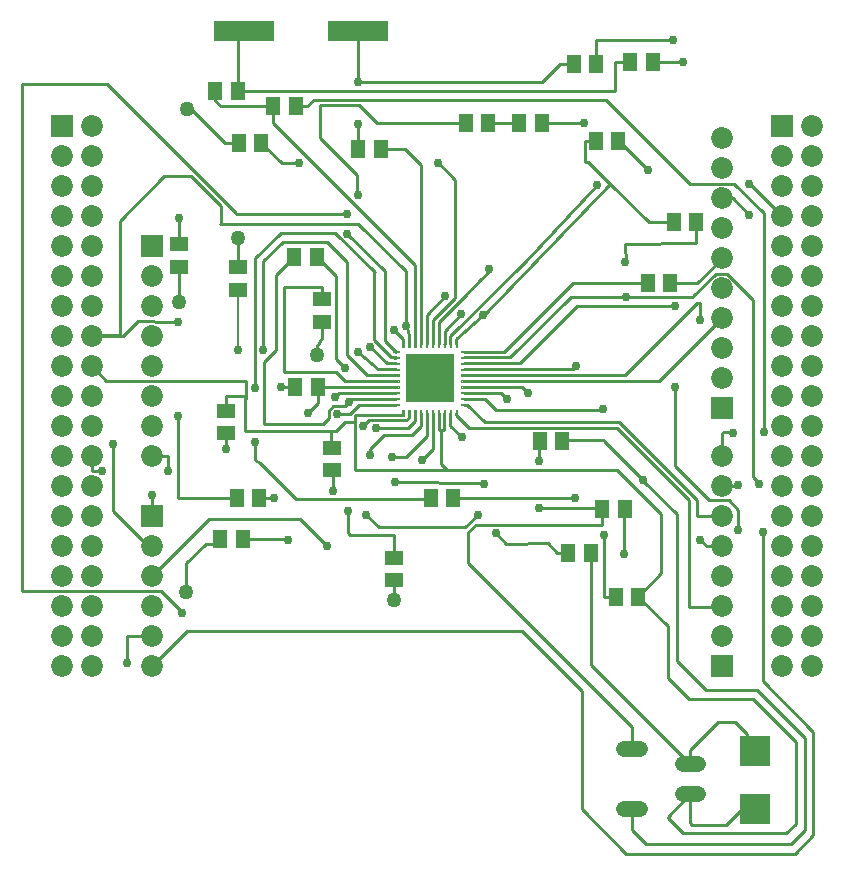
<source format=gbr>
G04 EAGLE Gerber RS-274X export*
G75*
%MOMM*%
%FSLAX34Y34*%
%LPD*%
%INTop Copper*%
%IPPOS*%
%AMOC8*
5,1,8,0,0,1.08239X$1,22.5*%
G01*
%ADD10R,1.300000X1.500000*%
%ADD11R,1.500000X1.300000*%
%ADD12C,1.320800*%
%ADD13R,2.600000X2.600000*%
%ADD14R,0.009500X0.009500*%
%ADD15R,0.009400X0.009400*%
%ADD16R,1.850000X1.850000*%
%ADD17C,1.850000*%
%ADD18R,5.080000X1.778000*%
%ADD19R,1.300000X1.600000*%
%ADD20R,1.600000X1.300000*%
%ADD21C,1.270000*%
%ADD22C,0.110000*%
%ADD23R,4.150000X4.150000*%
%ADD24C,0.254000*%
%ADD25C,0.756400*%
%ADD26C,0.152400*%


D10*
X500040Y660680D03*
X519040Y660680D03*
X452780Y406400D03*
X471780Y406400D03*
X196240Y358140D03*
X215240Y358140D03*
D11*
X186860Y431820D03*
X186860Y412820D03*
X276860Y400660D03*
X276860Y381660D03*
D10*
X264540Y452160D03*
X245540Y452160D03*
X244940Y561940D03*
X263940Y561940D03*
X435420Y675800D03*
X454420Y675800D03*
X500480Y725540D03*
X481480Y725540D03*
X529440Y727340D03*
X548440Y727340D03*
D12*
X573536Y107220D02*
X586744Y107220D01*
X586744Y132620D02*
X573536Y132620D01*
X537444Y145520D02*
X524236Y145520D01*
X524236Y94720D02*
X537444Y94720D01*
D13*
X635012Y95114D03*
X635012Y144114D03*
D14*
X633207Y89595D03*
D15*
X634918Y144598D03*
D16*
X123940Y342820D03*
D17*
X123940Y317420D03*
X123940Y292020D03*
X123940Y266620D03*
X123940Y241220D03*
X123940Y215820D03*
D16*
X123940Y571420D03*
D17*
X123940Y546020D03*
X123940Y520620D03*
X123940Y495220D03*
X123940Y469820D03*
X123940Y444420D03*
X123940Y419020D03*
X123940Y393620D03*
D16*
X47740Y673020D03*
D17*
X73140Y673020D03*
X47740Y647620D03*
X73140Y647620D03*
X47740Y622220D03*
X73140Y622220D03*
X47740Y596820D03*
X73140Y596820D03*
X47740Y571420D03*
X73140Y571420D03*
X47740Y546020D03*
X73140Y546020D03*
X47740Y520620D03*
X73140Y520620D03*
X47740Y495220D03*
X73140Y495220D03*
X47740Y469820D03*
X73140Y469820D03*
X47740Y444420D03*
X73140Y444420D03*
X47740Y419020D03*
X73140Y419020D03*
X47740Y393620D03*
X73140Y393620D03*
X47740Y368220D03*
X73140Y368220D03*
X47740Y342820D03*
X73140Y342820D03*
X47740Y317420D03*
X73140Y317420D03*
X47740Y292020D03*
X73140Y292020D03*
X47740Y266620D03*
X73140Y266620D03*
X47740Y241220D03*
X73140Y241220D03*
X47740Y215820D03*
X73140Y215820D03*
D16*
X606540Y434260D03*
D17*
X606540Y459660D03*
X606540Y485060D03*
X606540Y510460D03*
X606540Y535860D03*
X606540Y561260D03*
X606540Y586660D03*
X606540Y612060D03*
X606540Y637460D03*
X606540Y662860D03*
X606540Y266620D03*
X606540Y292020D03*
X606540Y317420D03*
X606540Y342820D03*
X606540Y368220D03*
X606540Y393620D03*
D16*
X606540Y215820D03*
D17*
X606540Y241220D03*
D16*
X657340Y672770D03*
D17*
X682740Y672770D03*
X657340Y647370D03*
X682740Y647370D03*
X657340Y621970D03*
X682740Y621970D03*
X657340Y596570D03*
X682740Y596570D03*
X657340Y571170D03*
X682740Y571170D03*
X657340Y545770D03*
X682740Y545770D03*
X657340Y520370D03*
X682740Y520370D03*
X657340Y494970D03*
X682740Y494970D03*
X657340Y469570D03*
X682740Y469570D03*
X657340Y444170D03*
X682740Y444170D03*
X657340Y418770D03*
X682740Y418770D03*
X657340Y393370D03*
X682740Y393370D03*
X657340Y367970D03*
X682740Y367970D03*
X657340Y342570D03*
X682740Y342570D03*
X657340Y317170D03*
X682740Y317170D03*
X657340Y291770D03*
X682740Y291770D03*
X657340Y266370D03*
X682740Y266370D03*
X657340Y240970D03*
X682740Y240970D03*
X657340Y215570D03*
X682740Y215570D03*
D18*
X298820Y753240D03*
X202300Y753240D03*
D19*
X318040Y653960D03*
X299040Y653960D03*
X200960Y323280D03*
X181960Y323280D03*
D20*
X196900Y534400D03*
X196900Y553400D03*
X147140Y573140D03*
X147140Y554140D03*
D19*
X216900Y659120D03*
X197900Y659120D03*
X565880Y591520D03*
X584880Y591520D03*
X544260Y540140D03*
X563260Y540140D03*
X389960Y675640D03*
X408960Y675640D03*
X177840Y702720D03*
X196840Y702720D03*
X226840Y689680D03*
X245840Y689680D03*
X524600Y349200D03*
X505600Y349200D03*
X360600Y357900D03*
X379600Y357900D03*
X476880Y311520D03*
X495880Y311520D03*
X517020Y274780D03*
X536020Y274780D03*
D20*
X268140Y526480D03*
X268140Y507480D03*
X329020Y307780D03*
X329020Y288780D03*
D21*
X153720Y687960D03*
X146800Y524260D03*
X153500Y278860D03*
X197400Y578100D03*
X263846Y479470D03*
X328920Y272260D03*
D22*
X328210Y476690D02*
X333110Y476690D01*
X328210Y476690D02*
X328210Y477790D01*
X333110Y477790D01*
X333110Y476690D01*
X333110Y477735D02*
X328210Y477735D01*
X328210Y471690D02*
X333110Y471690D01*
X328210Y471690D02*
X328210Y472790D01*
X333110Y472790D01*
X333110Y471690D01*
X333110Y472735D02*
X328210Y472735D01*
X328210Y466690D02*
X333110Y466690D01*
X328210Y466690D02*
X328210Y467790D01*
X333110Y467790D01*
X333110Y466690D01*
X333110Y467735D02*
X328210Y467735D01*
X328210Y461690D02*
X333110Y461690D01*
X328210Y461690D02*
X328210Y462790D01*
X333110Y462790D01*
X333110Y461690D01*
X333110Y462735D02*
X328210Y462735D01*
X328210Y456690D02*
X333110Y456690D01*
X328210Y456690D02*
X328210Y457790D01*
X333110Y457790D01*
X333110Y456690D01*
X333110Y457735D02*
X328210Y457735D01*
X328210Y451690D02*
X333110Y451690D01*
X328210Y451690D02*
X328210Y452790D01*
X333110Y452790D01*
X333110Y451690D01*
X333110Y452735D02*
X328210Y452735D01*
X328210Y446690D02*
X333110Y446690D01*
X328210Y446690D02*
X328210Y447790D01*
X333110Y447790D01*
X333110Y446690D01*
X333110Y447735D02*
X328210Y447735D01*
X328210Y441690D02*
X333110Y441690D01*
X328210Y441690D02*
X328210Y442790D01*
X333110Y442790D01*
X333110Y441690D01*
X333110Y442735D02*
X328210Y442735D01*
X328210Y436690D02*
X333110Y436690D01*
X328210Y436690D02*
X328210Y437790D01*
X333110Y437790D01*
X333110Y436690D01*
X333110Y437735D02*
X328210Y437735D01*
X337460Y432940D02*
X337460Y428040D01*
X336360Y428040D01*
X336360Y432940D01*
X337460Y432940D01*
X337460Y429085D02*
X336360Y429085D01*
X336360Y430130D02*
X337460Y430130D01*
X337460Y431175D02*
X336360Y431175D01*
X336360Y432220D02*
X337460Y432220D01*
X342460Y432940D02*
X342460Y428040D01*
X341360Y428040D01*
X341360Y432940D01*
X342460Y432940D01*
X342460Y429085D02*
X341360Y429085D01*
X341360Y430130D02*
X342460Y430130D01*
X342460Y431175D02*
X341360Y431175D01*
X341360Y432220D02*
X342460Y432220D01*
X347460Y432940D02*
X347460Y428040D01*
X346360Y428040D01*
X346360Y432940D01*
X347460Y432940D01*
X347460Y429085D02*
X346360Y429085D01*
X346360Y430130D02*
X347460Y430130D01*
X347460Y431175D02*
X346360Y431175D01*
X346360Y432220D02*
X347460Y432220D01*
X352460Y432940D02*
X352460Y428040D01*
X351360Y428040D01*
X351360Y432940D01*
X352460Y432940D01*
X352460Y429085D02*
X351360Y429085D01*
X351360Y430130D02*
X352460Y430130D01*
X352460Y431175D02*
X351360Y431175D01*
X351360Y432220D02*
X352460Y432220D01*
X357460Y432940D02*
X357460Y428040D01*
X356360Y428040D01*
X356360Y432940D01*
X357460Y432940D01*
X357460Y429085D02*
X356360Y429085D01*
X356360Y430130D02*
X357460Y430130D01*
X357460Y431175D02*
X356360Y431175D01*
X356360Y432220D02*
X357460Y432220D01*
X362460Y432940D02*
X362460Y428040D01*
X361360Y428040D01*
X361360Y432940D01*
X362460Y432940D01*
X362460Y429085D02*
X361360Y429085D01*
X361360Y430130D02*
X362460Y430130D01*
X362460Y431175D02*
X361360Y431175D01*
X361360Y432220D02*
X362460Y432220D01*
X367460Y432940D02*
X367460Y428040D01*
X366360Y428040D01*
X366360Y432940D01*
X367460Y432940D01*
X367460Y429085D02*
X366360Y429085D01*
X366360Y430130D02*
X367460Y430130D01*
X367460Y431175D02*
X366360Y431175D01*
X366360Y432220D02*
X367460Y432220D01*
X372460Y432940D02*
X372460Y428040D01*
X371360Y428040D01*
X371360Y432940D01*
X372460Y432940D01*
X372460Y429085D02*
X371360Y429085D01*
X371360Y430130D02*
X372460Y430130D01*
X372460Y431175D02*
X371360Y431175D01*
X371360Y432220D02*
X372460Y432220D01*
X377460Y432940D02*
X377460Y428040D01*
X376360Y428040D01*
X376360Y432940D01*
X377460Y432940D01*
X377460Y429085D02*
X376360Y429085D01*
X376360Y430130D02*
X377460Y430130D01*
X377460Y431175D02*
X376360Y431175D01*
X376360Y432220D02*
X377460Y432220D01*
X382460Y432940D02*
X382460Y428040D01*
X381360Y428040D01*
X381360Y432940D01*
X382460Y432940D01*
X382460Y429085D02*
X381360Y429085D01*
X381360Y430130D02*
X382460Y430130D01*
X382460Y431175D02*
X381360Y431175D01*
X381360Y432220D02*
X382460Y432220D01*
X386210Y481690D02*
X391110Y481690D01*
X386210Y481690D02*
X386210Y482790D01*
X391110Y482790D01*
X391110Y481690D01*
X391110Y482735D02*
X386210Y482735D01*
X386210Y476690D02*
X391110Y476690D01*
X386210Y476690D02*
X386210Y477790D01*
X391110Y477790D01*
X391110Y476690D01*
X391110Y477735D02*
X386210Y477735D01*
X386210Y471690D02*
X391110Y471690D01*
X386210Y471690D02*
X386210Y472790D01*
X391110Y472790D01*
X391110Y471690D01*
X391110Y472735D02*
X386210Y472735D01*
X386210Y466690D02*
X391110Y466690D01*
X386210Y466690D02*
X386210Y467790D01*
X391110Y467790D01*
X391110Y466690D01*
X391110Y467735D02*
X386210Y467735D01*
X386210Y461690D02*
X391110Y461690D01*
X386210Y461690D02*
X386210Y462790D01*
X391110Y462790D01*
X391110Y461690D01*
X391110Y462735D02*
X386210Y462735D01*
X386210Y456690D02*
X391110Y456690D01*
X386210Y456690D02*
X386210Y457790D01*
X391110Y457790D01*
X391110Y456690D01*
X391110Y457735D02*
X386210Y457735D01*
X386210Y451690D02*
X391110Y451690D01*
X386210Y451690D02*
X386210Y452790D01*
X391110Y452790D01*
X391110Y451690D01*
X391110Y452735D02*
X386210Y452735D01*
X386210Y446690D02*
X391110Y446690D01*
X386210Y446690D02*
X386210Y447790D01*
X391110Y447790D01*
X391110Y446690D01*
X391110Y447735D02*
X386210Y447735D01*
X386210Y441690D02*
X391110Y441690D01*
X386210Y441690D02*
X386210Y442790D01*
X391110Y442790D01*
X391110Y441690D01*
X391110Y442735D02*
X386210Y442735D01*
X386210Y436690D02*
X391110Y436690D01*
X386210Y436690D02*
X386210Y437790D01*
X391110Y437790D01*
X391110Y436690D01*
X391110Y437735D02*
X386210Y437735D01*
X337460Y486040D02*
X337460Y490940D01*
X337460Y486040D02*
X336360Y486040D01*
X336360Y490940D01*
X337460Y490940D01*
X337460Y487085D02*
X336360Y487085D01*
X336360Y488130D02*
X337460Y488130D01*
X337460Y489175D02*
X336360Y489175D01*
X336360Y490220D02*
X337460Y490220D01*
X342460Y490940D02*
X342460Y486040D01*
X341360Y486040D01*
X341360Y490940D01*
X342460Y490940D01*
X342460Y487085D02*
X341360Y487085D01*
X341360Y488130D02*
X342460Y488130D01*
X342460Y489175D02*
X341360Y489175D01*
X341360Y490220D02*
X342460Y490220D01*
X347460Y490940D02*
X347460Y486040D01*
X346360Y486040D01*
X346360Y490940D01*
X347460Y490940D01*
X347460Y487085D02*
X346360Y487085D01*
X346360Y488130D02*
X347460Y488130D01*
X347460Y489175D02*
X346360Y489175D01*
X346360Y490220D02*
X347460Y490220D01*
X352460Y490940D02*
X352460Y486040D01*
X351360Y486040D01*
X351360Y490940D01*
X352460Y490940D01*
X352460Y487085D02*
X351360Y487085D01*
X351360Y488130D02*
X352460Y488130D01*
X352460Y489175D02*
X351360Y489175D01*
X351360Y490220D02*
X352460Y490220D01*
X357460Y490940D02*
X357460Y486040D01*
X356360Y486040D01*
X356360Y490940D01*
X357460Y490940D01*
X357460Y487085D02*
X356360Y487085D01*
X356360Y488130D02*
X357460Y488130D01*
X357460Y489175D02*
X356360Y489175D01*
X356360Y490220D02*
X357460Y490220D01*
X362460Y490940D02*
X362460Y486040D01*
X361360Y486040D01*
X361360Y490940D01*
X362460Y490940D01*
X362460Y487085D02*
X361360Y487085D01*
X361360Y488130D02*
X362460Y488130D01*
X362460Y489175D02*
X361360Y489175D01*
X361360Y490220D02*
X362460Y490220D01*
X367460Y490940D02*
X367460Y486040D01*
X366360Y486040D01*
X366360Y490940D01*
X367460Y490940D01*
X367460Y487085D02*
X366360Y487085D01*
X366360Y488130D02*
X367460Y488130D01*
X367460Y489175D02*
X366360Y489175D01*
X366360Y490220D02*
X367460Y490220D01*
X372460Y490940D02*
X372460Y486040D01*
X371360Y486040D01*
X371360Y490940D01*
X372460Y490940D01*
X372460Y487085D02*
X371360Y487085D01*
X371360Y488130D02*
X372460Y488130D01*
X372460Y489175D02*
X371360Y489175D01*
X371360Y490220D02*
X372460Y490220D01*
X377460Y490940D02*
X377460Y486040D01*
X376360Y486040D01*
X376360Y490940D01*
X377460Y490940D01*
X377460Y487085D02*
X376360Y487085D01*
X376360Y488130D02*
X377460Y488130D01*
X377460Y489175D02*
X376360Y489175D01*
X376360Y490220D02*
X377460Y490220D01*
X382460Y490940D02*
X382460Y486040D01*
X381360Y486040D01*
X381360Y490940D01*
X382460Y490940D01*
X382460Y487085D02*
X381360Y487085D01*
X381360Y488130D02*
X382460Y488130D01*
X382460Y489175D02*
X381360Y489175D01*
X381360Y490220D02*
X382460Y490220D01*
X333110Y481690D02*
X328210Y481690D01*
X328210Y482790D01*
X333110Y482790D01*
X333110Y481690D01*
X333110Y482735D02*
X328210Y482735D01*
D23*
X359410Y459740D03*
D24*
X439800Y558300D02*
X501300Y623500D01*
X439800Y558300D02*
X376910Y495410D01*
X376910Y488490D01*
D25*
X501300Y623500D03*
D24*
X359410Y465410D02*
X359410Y459740D01*
X359410Y465410D02*
X360000Y466000D01*
D25*
X360000Y466000D03*
D24*
X356910Y488490D02*
X356910Y513515D01*
X372400Y529000D01*
D25*
X372400Y529000D03*
D24*
X336910Y492890D02*
X329500Y500300D01*
X336910Y492890D02*
X336910Y488490D01*
D25*
X329500Y500300D03*
D24*
X330500Y472400D02*
X330660Y472240D01*
X330500Y472400D02*
X323200Y472400D01*
X308900Y485900D01*
D25*
X308900Y485900D03*
D24*
X330660Y447240D02*
X282540Y447240D01*
X278900Y443600D01*
D25*
X278900Y443600D03*
D24*
X341910Y430490D02*
X341910Y426160D01*
X339750Y424000D01*
X308000Y424000D01*
X303400Y419400D01*
D25*
X303400Y419400D03*
D24*
X346910Y423210D02*
X346910Y430490D01*
X346910Y423210D02*
X341200Y417500D01*
X313600Y417500D01*
D25*
X313600Y417500D03*
D24*
X361910Y430490D02*
X361910Y399310D01*
X352600Y390000D01*
D25*
X352600Y390000D03*
D24*
X376910Y418990D02*
X376910Y430490D01*
X376910Y418990D02*
X386400Y409500D01*
D25*
X386400Y409500D03*
D24*
X245540Y452160D02*
X233680Y452160D01*
X233680Y451920D01*
X233700Y451900D01*
D25*
X233700Y451900D03*
D24*
X280040Y476260D02*
X287800Y468500D01*
X280040Y545840D02*
X263940Y561940D01*
X280040Y545840D02*
X280040Y476260D01*
X287800Y468500D02*
X287900Y468400D01*
D25*
X287800Y468500D03*
D24*
X186919Y400586D02*
X186860Y400644D01*
X186860Y412820D01*
X186919Y400586D02*
X186900Y400567D01*
X186900Y399700D01*
D25*
X186900Y399700D03*
D24*
X487107Y675800D02*
X488700Y674752D01*
X487107Y675800D02*
X454420Y675800D01*
X489797Y676000D02*
X490100Y676000D01*
X489797Y676000D02*
X488700Y674752D01*
D25*
X490100Y676000D03*
D24*
X544200Y635940D02*
X544200Y635500D01*
X544200Y635940D02*
X519460Y660680D01*
X519040Y660680D01*
D25*
X544200Y635500D03*
D24*
X548440Y727340D02*
X574240Y727340D01*
X574300Y727400D01*
D25*
X574300Y727400D03*
D24*
X500480Y725540D02*
X500480Y745800D01*
X565500Y745800D01*
D25*
X565500Y745800D03*
D24*
X227860Y358140D02*
X215240Y358140D01*
X227860Y358140D02*
X228000Y358000D01*
D25*
X228000Y358000D03*
D24*
X276860Y381660D02*
X278000Y380520D01*
X278000Y364000D01*
D25*
X278000Y364000D03*
D24*
X81800Y380800D02*
X73140Y380800D01*
X73140Y393620D01*
D25*
X81800Y380800D03*
X137500Y380900D03*
D24*
X137500Y393620D01*
X123940Y393620D01*
D25*
X629900Y598200D03*
X629800Y624300D03*
D24*
X629700Y624700D02*
X657340Y597060D01*
X629800Y624300D02*
X629800Y624387D01*
X629700Y624600D01*
X629700Y624700D01*
X657340Y597060D02*
X657340Y596570D01*
X616040Y612060D02*
X606540Y612060D01*
X616040Y612060D02*
X629900Y598200D01*
X321760Y550040D02*
X321760Y491140D01*
X330660Y482240D01*
X149600Y261900D02*
X150100Y260900D01*
X149600Y261900D02*
X132300Y279200D01*
X13900Y279200D01*
D25*
X150100Y260900D03*
X524100Y310900D03*
D24*
X524100Y347539D01*
X524600Y349200D01*
X86600Y708400D02*
X13900Y708400D01*
X13900Y279200D01*
X289800Y582000D02*
X321760Y550040D01*
D25*
X289800Y582000D03*
X289700Y598900D03*
D24*
X195827Y598900D01*
X195756Y599244D01*
X86600Y708400D01*
X360600Y357900D02*
X359700Y357000D01*
X246200Y357000D01*
X215597Y387603D01*
X211900Y390514D01*
X211800Y390414D01*
X211800Y405486D01*
X211800Y403800D01*
D25*
X211800Y405486D03*
X211900Y451224D03*
D24*
X211918Y547933D02*
X211917Y548480D01*
X211668Y547683D02*
X211900Y451224D01*
X211668Y547683D02*
X211918Y547933D01*
X330466Y477046D02*
X330660Y477240D01*
X330466Y477046D02*
X329025Y477046D01*
X330660Y477240D02*
X326860Y477240D01*
X312500Y491600D01*
X312500Y549200D01*
X312800Y549500D01*
X279600Y582700D01*
X233300Y582700D01*
X211918Y561318D02*
X211918Y547933D01*
X211918Y561318D02*
X233300Y582700D01*
X476580Y311820D02*
X476880Y311520D01*
X476580Y311820D02*
X467380Y311820D01*
X459443Y319757D01*
X424302Y319629D01*
X415200Y328700D01*
D25*
X415200Y328700D03*
X400000Y344000D03*
D24*
X389396Y333396D01*
X329804Y333347D01*
X329800Y333400D01*
X316600Y333400D01*
X305800Y344200D01*
D25*
X305800Y344200D03*
X308900Y394900D03*
D24*
X308900Y399900D01*
X320700Y411700D01*
X344200Y411700D01*
X351910Y419410D02*
X351910Y430490D01*
X351910Y419410D02*
X344200Y411700D01*
X356910Y410810D02*
X356910Y430490D01*
X339300Y393200D02*
X327800Y393200D01*
X327800Y392900D01*
D25*
X327800Y392900D03*
X330300Y371500D03*
D24*
X330404Y371396D02*
X403796Y371296D01*
X330404Y371396D02*
X330300Y371500D01*
D25*
X405200Y370200D03*
X507400Y327300D03*
D24*
X507400Y274780D01*
X517020Y274780D01*
X356910Y410810D02*
X339300Y393200D01*
X404892Y370200D02*
X405200Y370200D01*
X404892Y370200D02*
X403796Y371296D01*
X226840Y689680D02*
X182440Y689680D01*
X177840Y694280D01*
X177840Y702720D01*
X226840Y689680D02*
X226840Y675860D01*
X346910Y555790D01*
X346910Y488490D01*
X352110Y640190D02*
X338340Y653960D01*
X318040Y653960D01*
X352110Y640190D02*
X352110Y488690D01*
X351910Y488490D01*
X330660Y437240D02*
X299376Y437240D01*
X291636Y429500D01*
X280700Y429500D01*
D25*
X280700Y429500D03*
D24*
X328982Y327200D02*
X329020Y307780D01*
X328982Y327200D02*
X291800Y327200D01*
X290600Y328400D01*
X290600Y347600D01*
X290700Y347600D01*
D25*
X290700Y347600D03*
D24*
X288060Y457240D02*
X330660Y457240D01*
X288060Y457240D02*
X280000Y465300D01*
X236300Y465300D01*
X268140Y526480D02*
X268140Y536800D01*
X236300Y536800D01*
X236300Y465300D01*
X330560Y452340D02*
X330660Y452240D01*
X330560Y452340D02*
X264720Y452340D01*
X264540Y452160D01*
X239400Y323000D02*
X239200Y323000D01*
X238920Y323280D01*
X200960Y323280D01*
D25*
X239400Y323000D03*
X256100Y429900D03*
D24*
X264540Y438340D01*
X264540Y452160D01*
X366910Y488490D02*
X366910Y506910D01*
X388700Y528700D01*
D25*
X409400Y552200D03*
X147400Y595600D03*
D24*
X147973Y595200D01*
X147140Y594412D01*
X147140Y573140D01*
X388700Y528700D02*
X403000Y543300D01*
X409400Y549700D01*
X409400Y552200D01*
X381236Y527819D02*
X361910Y508493D01*
X361910Y488490D01*
X381236Y527819D02*
X381096Y627491D01*
X367095Y641700D01*
X366300Y641700D01*
D25*
X366300Y641700D03*
X249038Y642076D03*
D24*
X241676Y642076D01*
X241500Y641900D01*
X234120Y641900D01*
X216900Y659120D01*
X388660Y477240D02*
X427640Y477240D01*
X479200Y528800D02*
X525400Y528800D01*
D25*
X525400Y528800D03*
X525200Y557900D03*
D24*
X479200Y528800D02*
X427640Y477240D01*
X584721Y573932D02*
X584880Y591520D01*
X584721Y573932D02*
X525220Y573658D01*
X525316Y558016D02*
X525200Y557900D01*
X525316Y558016D02*
X525220Y573658D01*
X601551Y547904D02*
X611529Y547904D01*
X633364Y376136D02*
X638500Y371000D01*
X582757Y528800D02*
X525400Y528800D01*
X582637Y528990D02*
X582757Y528800D01*
X582637Y528990D02*
X601551Y547904D01*
X611529Y547904D02*
X633364Y526069D01*
X633364Y376136D01*
X638500Y371000D02*
X638500Y370400D01*
X638000Y369900D01*
D25*
X638000Y369900D03*
X620800Y369300D03*
D24*
X619720Y368220D01*
X606540Y368220D01*
X422640Y482240D02*
X388660Y482240D01*
X480540Y540140D02*
X544260Y540140D01*
X480540Y540140D02*
X422640Y482240D01*
X563260Y540140D02*
X585840Y540140D01*
X606540Y560840D02*
X606540Y561260D01*
X606540Y560840D02*
X585840Y540140D01*
D25*
X291236Y439800D03*
D24*
X330559Y442139D02*
X330660Y442240D01*
X330559Y442139D02*
X294788Y442124D01*
X291236Y439900D01*
X291236Y439800D01*
X277976Y436076D02*
X274124Y432224D01*
X287512Y436076D02*
X291236Y439800D01*
X287512Y436076D02*
X277976Y436076D01*
X274124Y432224D02*
X274124Y425824D01*
X269000Y420700D01*
X219400Y420700D01*
X244440Y561940D02*
X244940Y561940D01*
X244440Y561940D02*
X229140Y546640D01*
X229140Y483340D01*
X219400Y473600D01*
X219400Y420700D01*
X314860Y675640D02*
X389960Y675640D01*
X314860Y675640D02*
X299600Y690900D01*
X266900Y690900D01*
X266900Y662800D01*
X298300Y631400D01*
X298300Y615200D01*
X298600Y614900D01*
D25*
X298600Y614900D03*
X298800Y481900D03*
D24*
X315360Y467240D01*
X330660Y467240D01*
X432167Y675640D02*
X435420Y675800D01*
X432167Y675640D02*
X408960Y675640D01*
X298955Y674745D02*
X299040Y653960D01*
X299100Y674600D02*
X298955Y674745D01*
D25*
X299100Y674600D03*
X298800Y710400D03*
D24*
X298787Y753216D01*
X298820Y753240D01*
X454728Y710726D02*
X469485Y725540D01*
X481480Y725540D01*
X454728Y710726D02*
X454426Y710726D01*
X454100Y710400D01*
X298800Y710400D01*
X202300Y753240D02*
X196840Y747780D01*
X196840Y702720D01*
X197049Y702511D01*
X516000Y702511D01*
X516000Y727340D01*
X529440Y727340D01*
X330660Y462240D02*
X306360Y462240D01*
X289400Y479200D01*
D25*
X218476Y483900D03*
D24*
X218495Y492600D01*
D25*
X197200Y483600D03*
D24*
X196800Y534300D02*
X196900Y534400D01*
X289400Y558400D02*
X289400Y479200D01*
X272600Y575200D02*
X235000Y575200D01*
X218497Y558697D01*
X272600Y575200D02*
X289400Y558400D01*
X218497Y558697D02*
X218495Y492600D01*
D26*
X196900Y483900D02*
X196900Y534400D01*
X196900Y483900D02*
X197200Y483600D01*
D24*
X340541Y502669D02*
X341910Y495060D01*
X340541Y502669D02*
X339100Y504110D01*
X341910Y495060D02*
X341910Y488490D01*
X371910Y488490D02*
X372010Y488590D01*
D25*
X385748Y513866D03*
X339100Y504110D03*
D24*
X381910Y492631D02*
X381910Y488490D01*
X404300Y512731D02*
X404300Y512800D01*
X404300Y512731D02*
X381910Y492631D01*
D25*
X404300Y512800D03*
D24*
X490961Y643007D02*
X493803Y643016D01*
X511348Y623422D02*
X513319Y623500D01*
X511348Y623422D02*
X406500Y514000D01*
X404300Y512800D01*
X499959Y660600D02*
X500040Y660680D01*
X339100Y550210D02*
X339100Y504110D01*
X339100Y550210D02*
X298734Y590576D01*
X73810Y495890D02*
X73140Y495220D01*
X185860Y358140D02*
X196240Y358140D01*
X185860Y358140D02*
X146510Y358339D01*
X372010Y488590D02*
X372010Y499576D01*
X385748Y513866D01*
X97200Y496600D02*
X96490Y495890D01*
X73810Y495890D01*
X182800Y590576D02*
X298734Y590576D01*
X182800Y590576D02*
X182224Y590576D01*
X99620Y495220D02*
X73140Y495220D01*
X112063Y507663D02*
X141410Y507581D01*
X146119Y507619D02*
X146200Y507700D01*
X146119Y507619D02*
X141410Y507581D01*
X146200Y507700D02*
X146200Y507300D01*
D25*
X146200Y507300D03*
X146400Y427600D03*
D24*
X146374Y427574D01*
X146374Y420500D01*
X146510Y358339D01*
X99620Y495220D02*
X112063Y507663D01*
X564961Y590601D02*
X565880Y591520D01*
X513319Y623500D02*
X493803Y643016D01*
X513319Y623500D02*
X545299Y591520D01*
X565880Y591520D01*
X490961Y643007D02*
X490961Y660797D01*
X499923Y660797D01*
X500040Y660680D01*
X97200Y592600D02*
X97000Y592800D01*
X134700Y630500D01*
X157600Y630500D01*
X182800Y605300D02*
X182800Y590576D01*
X97200Y592600D02*
X97200Y496600D01*
X182800Y605300D02*
X157600Y630500D01*
X388660Y467240D02*
X481140Y467240D01*
X483700Y469800D01*
D25*
X483700Y469800D03*
X272900Y317300D03*
D24*
X249600Y340600D01*
X172520Y340600D01*
X123940Y292020D01*
X388660Y462240D02*
X524740Y462240D01*
X586000Y523500D02*
X587900Y523500D01*
X586000Y523500D02*
X524740Y462240D01*
X587900Y509300D02*
X587900Y523500D01*
D25*
X587900Y509300D03*
X588700Y322800D03*
D24*
X594080Y317420D01*
X606540Y317420D01*
X553320Y457240D02*
X388660Y457240D01*
X553320Y457240D02*
X606540Y510460D01*
X437460Y452240D02*
X388660Y452240D01*
X437460Y452240D02*
X442400Y447300D01*
D25*
X442400Y447300D03*
X91500Y404200D03*
D24*
X120840Y317420D02*
X123940Y317420D01*
X120840Y317420D02*
X91460Y346800D01*
X91500Y404200D01*
X123940Y357840D02*
X123940Y342820D01*
X124100Y359100D02*
X124100Y360900D01*
X124100Y359100D02*
X123940Y357840D01*
D25*
X124100Y360900D03*
X424700Y442300D03*
D24*
X419760Y447240D02*
X388660Y447240D01*
X419760Y447240D02*
X424700Y442300D01*
X406460Y442140D02*
X388760Y442140D01*
X388660Y442240D01*
X406460Y442140D02*
X415700Y432900D01*
X506200Y432900D01*
X506200Y433400D01*
D25*
X506200Y433400D03*
X103400Y218500D03*
D24*
X103400Y241477D02*
X103745Y241700D01*
X103400Y241477D02*
X103400Y218500D01*
X103745Y241700D02*
X123460Y241700D01*
X123940Y241220D01*
X641300Y203177D02*
X641300Y329500D01*
D25*
X641300Y329500D03*
X620500Y330900D03*
D24*
X620500Y348200D01*
X612524Y356176D01*
X596224Y356176D01*
X567400Y385000D01*
X567400Y451900D01*
D25*
X567400Y451900D03*
X567300Y521100D03*
D24*
X567126Y520926D01*
X484374Y520926D01*
X435723Y472276D01*
X388696Y472276D02*
X388660Y472240D01*
X388696Y472276D02*
X435723Y472276D01*
X684400Y160077D02*
X684400Y72600D01*
X668900Y57100D01*
X525800Y57100D01*
X641300Y203177D02*
X684400Y160077D01*
X525800Y57100D02*
X488300Y94600D01*
X488300Y194875D02*
X437675Y245500D01*
X488300Y194875D02*
X488300Y94600D01*
X437675Y245500D02*
X153620Y245500D01*
X123940Y215820D01*
X381910Y428490D02*
X392600Y417800D01*
X381910Y428490D02*
X381910Y430490D01*
X392600Y417800D02*
X518100Y417800D01*
X579400Y356500D01*
X579400Y265900D01*
X605820Y265900D01*
X606540Y266620D01*
X519560Y422640D02*
X405960Y422640D01*
X391360Y437240D01*
X388660Y437240D01*
X585700Y356500D02*
X585700Y342820D01*
X606540Y342820D01*
X585700Y356500D02*
X519560Y422640D01*
X495880Y216880D02*
X580140Y132620D01*
X495880Y216880D02*
X495880Y311520D01*
X580140Y144840D02*
X580140Y132620D01*
X580140Y144840D02*
X603818Y168518D01*
X615918Y168518D01*
X617979Y168778D01*
X628107Y148220D02*
X627257Y147370D01*
X628107Y158650D02*
X617979Y168778D01*
X628107Y158650D02*
X628107Y148220D01*
D26*
X627257Y147370D02*
X630513Y144114D01*
X635012Y144114D01*
D24*
X506800Y407000D02*
X472380Y407000D01*
X471780Y406400D01*
D25*
X540400Y373200D03*
X482700Y357900D03*
D24*
X379600Y357900D01*
X568900Y344500D02*
X568900Y220600D01*
X636350Y195750D02*
X677100Y155000D01*
X636350Y195750D02*
X593750Y195750D01*
X568900Y220600D01*
X677100Y155000D02*
X677100Y77100D01*
X665600Y65600D01*
X542400Y65600D01*
X530840Y77160D02*
X530840Y94720D01*
X530840Y77160D02*
X542400Y65600D01*
X568900Y344500D02*
X540400Y373000D01*
X540400Y373200D01*
X506800Y406800D01*
X506800Y407000D01*
X530840Y164620D02*
X530840Y145520D01*
X530840Y164620D02*
X392300Y303160D01*
X392300Y329600D01*
X505641Y335627D02*
X505600Y349200D01*
X398417Y335717D02*
X392300Y329600D01*
X398417Y335717D02*
X505641Y335627D01*
X505600Y349200D02*
X505600Y349400D01*
X452200Y349400D01*
D25*
X452200Y349400D03*
X452200Y389900D03*
D24*
X452200Y405820D01*
X452780Y406400D01*
X606540Y412720D02*
X607600Y413780D01*
X606540Y412720D02*
X606540Y393620D01*
X607600Y413780D02*
X616220Y413780D01*
X616400Y413600D01*
D25*
X616400Y413600D03*
X642650Y414250D03*
D24*
X642650Y599289D01*
X642353Y599179D01*
X617429Y624104D01*
X261317Y695264D02*
X255733Y689680D01*
X245840Y689680D01*
X579796Y624104D02*
X617429Y624104D01*
X508636Y695264D02*
X261317Y695264D01*
X508636Y695264D02*
X579796Y624104D01*
X336910Y430490D02*
X336910Y428090D01*
X296300Y428090D01*
X296400Y422390D02*
X296300Y422390D01*
X288100Y422390D01*
X280400Y414690D01*
X275760Y414690D01*
X203200Y414690D01*
X203200Y441976D01*
X203200Y444776D01*
X186712Y444776D01*
X203200Y441976D02*
X203500Y441976D01*
X203500Y457517D02*
X85443Y457517D01*
X73140Y469820D01*
X186712Y444776D02*
X186712Y431968D01*
X186860Y431820D01*
X275760Y414690D02*
X275760Y401760D01*
X276860Y400660D01*
X536020Y274780D02*
X555620Y294380D01*
X555620Y344380D01*
X518000Y382000D02*
X374000Y382000D01*
X296400Y382000D01*
X296400Y422390D01*
X296300Y422390D02*
X296300Y428090D01*
X518000Y382000D02*
X555620Y344380D01*
X371910Y416000D02*
X371910Y430490D01*
X369424Y416000D02*
X369424Y386576D01*
X374000Y382000D01*
X367400Y416000D02*
X366910Y416490D01*
X366910Y430490D01*
X369424Y416000D02*
X371910Y416000D01*
X369424Y416000D02*
X367400Y416000D01*
X203500Y441976D02*
X203500Y457517D01*
X580140Y107220D02*
X581900Y105460D01*
X580140Y107220D02*
X561200Y88280D01*
X561200Y87400D01*
X574336Y74264D01*
X579400Y188000D02*
X633400Y188000D01*
X579400Y188000D02*
X561320Y206080D01*
X561320Y249480D02*
X536020Y274780D01*
X561320Y249480D02*
X561320Y206080D01*
X580140Y107220D02*
X580140Y83160D01*
X581600Y81700D01*
X610388Y81700D01*
X623802Y95114D02*
X635012Y95114D01*
X623802Y95114D02*
X610388Y81700D01*
X574336Y74264D02*
X661464Y74264D01*
X669400Y82200D02*
X669400Y152000D01*
X669400Y82200D02*
X661464Y74264D01*
X669400Y152000D02*
X633400Y188000D01*
X197900Y659120D02*
X186200Y659120D01*
X157360Y687960D02*
X153720Y687960D01*
X157360Y687960D02*
X186200Y659120D01*
X147140Y524600D02*
X146800Y524260D01*
X147140Y524600D02*
X147140Y554140D01*
X181960Y323280D02*
X178140Y319460D01*
X170000Y319460D01*
X153500Y302960D01*
X153500Y278860D01*
X196900Y577345D02*
X196950Y577650D01*
X196900Y577345D02*
X196900Y553400D01*
X196950Y577650D02*
X197400Y578100D01*
X268316Y493772D02*
X263846Y486978D01*
X263846Y479470D01*
X268140Y493605D02*
X268140Y507480D01*
X268316Y493772D02*
X268140Y493605D01*
X329020Y288780D02*
X329020Y272260D01*
X328920Y272260D01*
M02*

</source>
